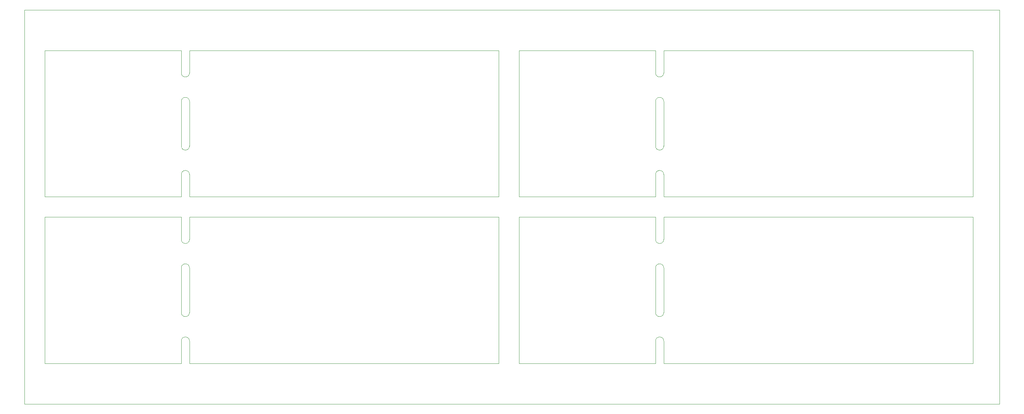
<source format=gbr>
G04 #@! TF.GenerationSoftware,KiCad,Pcbnew,(5.1.2)-1*
G04 #@! TF.CreationDate,2019-11-15T20:45:13-03:00*
G04 #@! TF.ProjectId,TP3-panel,5450332d-7061-46e6-956c-2e6b69636164,v1.0*
G04 #@! TF.SameCoordinates,Original*
G04 #@! TF.FileFunction,Profile,NP*
%FSLAX46Y46*%
G04 Gerber Fmt 4.6, Leading zero omitted, Abs format (unit mm)*
G04 Created by KiCad (PCBNEW (5.1.2)-1) date 2019-11-15 20:45:13*
%MOMM*%
%LPD*%
G04 APERTURE LIST*
%ADD10C,0.050000*%
%ADD11C,0.100000*%
G04 APERTURE END LIST*
D10*
X187000000Y-91000000D02*
X187000000Y-96500000D01*
X70500000Y-91000000D02*
X70500000Y-96500000D01*
X187000000Y-50000000D02*
X187000000Y-55500000D01*
X185000000Y-91000000D02*
X151500000Y-91000000D01*
X68500000Y-91000000D02*
X35000000Y-91000000D01*
X185000000Y-50000000D02*
X151500000Y-50000000D01*
X187000000Y-127000000D02*
X263000000Y-127000000D01*
X70500000Y-127000000D02*
X146500000Y-127000000D01*
X187000000Y-86000000D02*
X263000000Y-86000000D01*
X263000000Y-127000000D02*
X263000000Y-91000000D01*
X146500000Y-127000000D02*
X146500000Y-91000000D01*
X263000000Y-86000000D02*
X263000000Y-50000000D01*
X187000000Y-114500000D02*
X187000000Y-103500000D01*
X70500000Y-114500000D02*
X70500000Y-103500000D01*
X187000000Y-73500000D02*
X187000000Y-62500000D01*
X185000000Y-103500000D02*
X185000000Y-114500000D01*
X68500000Y-103500000D02*
X68500000Y-114500000D01*
X185000000Y-62500000D02*
X185000000Y-73500000D01*
X185000000Y-103500000D02*
G75*
G02X187000000Y-103500000I1000000J0D01*
G01*
X68500000Y-103500000D02*
G75*
G02X70500000Y-103500000I1000000J0D01*
G01*
X185000000Y-62500000D02*
G75*
G02X187000000Y-62500000I1000000J0D01*
G01*
X185000000Y-127000000D02*
X185000000Y-121500000D01*
X68500000Y-127000000D02*
X68500000Y-121500000D01*
X185000000Y-86000000D02*
X185000000Y-80500000D01*
X151500000Y-91000000D02*
X151500000Y-127000000D01*
X35000000Y-91000000D02*
X35000000Y-127000000D01*
X151500000Y-50000000D02*
X151500000Y-86000000D01*
X187000000Y-127000000D02*
X187000000Y-121500000D01*
X70500000Y-127000000D02*
X70500000Y-121500000D01*
X187000000Y-86000000D02*
X187000000Y-80500000D01*
X185000000Y-91000000D02*
X185000000Y-96500000D01*
X68500000Y-91000000D02*
X68500000Y-96500000D01*
X185000000Y-50000000D02*
X185000000Y-55500000D01*
X151500000Y-127000000D02*
X185000000Y-127000000D01*
X35000000Y-127000000D02*
X68500000Y-127000000D01*
X151500000Y-86000000D02*
X185000000Y-86000000D01*
X263000000Y-91000000D02*
X187000000Y-91000000D01*
X146500000Y-91000000D02*
X70500000Y-91000000D01*
X263000000Y-50000000D02*
X187000000Y-50000000D01*
X187000000Y-96500000D02*
G75*
G02X185000000Y-96500000I-1000000J0D01*
G01*
X70500000Y-96500000D02*
G75*
G02X68500000Y-96500000I-1000000J0D01*
G01*
X187000000Y-55500000D02*
G75*
G02X185000000Y-55500000I-1000000J0D01*
G01*
X187000000Y-114500000D02*
G75*
G02X185000000Y-114500000I-1000000J0D01*
G01*
X70500000Y-114500000D02*
G75*
G02X68500000Y-114500000I-1000000J0D01*
G01*
X187000000Y-73500000D02*
G75*
G02X185000000Y-73500000I-1000000J0D01*
G01*
X185000000Y-121500000D02*
G75*
G02X187000000Y-121500000I1000000J0D01*
G01*
X68500000Y-121500000D02*
G75*
G02X70500000Y-121500000I1000000J0D01*
G01*
X185000000Y-80500000D02*
G75*
G02X187000000Y-80500000I1000000J0D01*
G01*
D11*
X269500000Y-40000000D02*
X269500000Y-137000000D01*
X30000000Y-137000000D02*
X269500000Y-137000000D01*
X30000000Y-40000000D02*
X30000000Y-137000000D01*
X30000000Y-40000000D02*
X269500000Y-40000000D01*
D10*
X68500000Y-62500000D02*
G75*
G02X70500000Y-62500000I1000000J0D01*
G01*
X70500000Y-73500000D02*
G75*
G02X68500000Y-73500000I-1000000J0D01*
G01*
X68500000Y-62500000D02*
X68500000Y-73500000D01*
X70500000Y-73500000D02*
X70500000Y-62500000D01*
X146500000Y-50000000D02*
X70500000Y-50000000D01*
X146500000Y-86000000D02*
X146500000Y-50000000D01*
X70500000Y-86000000D02*
X146500000Y-86000000D01*
X35000000Y-86000000D02*
X68500000Y-86000000D01*
X35000000Y-50000000D02*
X35000000Y-86000000D01*
X68500000Y-50000000D02*
X35000000Y-50000000D01*
X70500000Y-50000000D02*
X70500000Y-55500000D01*
X70500000Y-55500000D02*
G75*
G02X68500000Y-55500000I-1000000J0D01*
G01*
X68500000Y-50000000D02*
X68500000Y-55500000D01*
X68500000Y-80500000D02*
G75*
G02X70500000Y-80500000I1000000J0D01*
G01*
X70500000Y-86000000D02*
X70500000Y-80500000D01*
X68500000Y-86000000D02*
X68500000Y-80500000D01*
M02*

</source>
